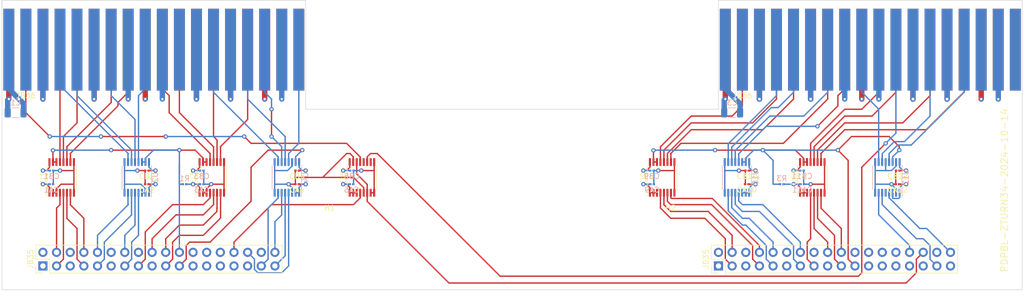
<source format=kicad_pcb>
(kicad_pcb (version 20221018) (generator pcbnew)
  (layers (0 "F.Cu" signal) (1 "In1.Cu" signal) (2 "In2.Cu" signal) (31 "B.Cu" signal) (34 "B.Paste" user) (35 "F.Paste" user) (36 "B.SilkS" user "B.Silkscreen") (37 "F.SilkS" user "F.Silkscreen") (38 "B.Mask" user) (39 "F.Mask" user) (44 "Edge.Cuts" user))
  (net 0 "")
  (net 1 "/i_EA")
  (net 2 "/pMA00")
  (net 3 "/pMA08")
  (net 4 "/pMA01")
  (net 5 "/pMA09")
  (net 6 "/pMA02")
  (net 7 "/pMA10")
  (net 8 "/pMA03")
  (net 9 "/pMA11")
  (net 10 "/pMA04")
  (net 11 "/pMA05")
  (net 12 "/pMA06")
  (net 13 "/pMA07")
  (net 14 "/i_MEMDONE")
  (net 15 "/_rMA")
  (net 16 "/jINPUTBUS_00")
  (net 17 "/jINPUTBUS_01")
  (net 18 "/jINPUTBUS_09")
  (net 19 "/jINPUTBUS_02")
  (net 20 "/jINPUTBUS_10")
  (net 21 "/jINPUTBUS_03")
  (net 22 "/jINPUTBUS_11")
  (net 23 "/jINPUTBUS_04")
  (net 24 "/j_IO_SKIP")
  (net 25 "/jINPUTBUS_05")
  (net 26 "/jINPUTBUS_06")
  (net 27 "/j_INT_RQST")
  (net 28 "/jINPUTBUS_07")
  (net 29 "/j_AC_CLEAR")
  (net 30 "/jINPUTBUS_08")
  (net 31 "/p_B_RUN")
  (net 32 "GND")
  (net 33 "+5V")
  (net 36 "/_xINPUTBUS")
  (net 39 "/MEMBUSA")
  (net 40 "/MEMBUSH")
  (net 41 "/MEMBUSB")
  (net 42 "/MEMBUSJ")
  (net 45 "/MEMBUSC")
  (net 46 "/MEMBUSK")
  (net 47 "/i_STROBE")
  (net 48 "/MEMBUSD")
  (net 49 "/MEMBUSL")
  (net 50 "/MEMBUSE")
  (net 51 "/MEMBUSM")
  (net 52 "/MEMBUSF")
  (net 53 "/MEMBUSN")
  (net 54 "/x_MEM")
  (net 55 "/iBEMA")
  (net 56 "/iMEM07")
  (net 57 "/i_EMA")
  (net 58 "/j_STROBE")
  (net 59 "/PIOBUSA")
  (net 60 "/PIOBUSH")
  (net 61 "/PIOBUSB")
  (net 62 "/PIOBUSJ")
  (net 63 "/PIOBUSC")
  (net 64 "/PIOBUSK")
  (net 65 "/PIOBUSD")
  (net 66 "/PIOBUSL")
  (net 67 "/PIOBUSE")
  (net 68 "/PIOBUSM")
  (net 69 "/PIOBUSF")
  (net 70 "/PIOBUSN")
  (net 72 "/_rBMB")
  (net 73 "/i_IO_SKIP")
  (net 74 "/j_EA")
  (net 75 "/i_AC_CLEAR")
  (net 76 "/o_B_RUN")
  (net 79 "/pMEMSTART")
  (net 80 "/pBTP2")
  (net 83 "/oMEMSTART")
  (net 85 "+3V3")
  (net 86 "/i_INT_RQST")
  (net 87 "/j_MEMDONE")
  (net 88 "/oBTP2")
  (footprint "MountingHole:MountingHole_6mm" (layer "F.Cu") (at 60.96 45.72)
    (fp_text reference "H1")
    (fp_text value "MountingHole")
  )
  (footprint "footprints:2x18-edge" (layer "F.Cu") (at 55.245 9.2075)
    (fp_text reference "JB36")
    (fp_text value "2x18edgecon")
  )
  (footprint "Connector_PinHeader_2.54mm:PinHeader_2x18_P2.54mm_Vertical" (layer "F.Cu") (at 133.35 49.53 90)
    (fp_text reference "JD35")
    (fp_text value "Conn_02x18_Odd_Even")
  )
  (footprint "Connector_PinHeader_2.54mm:PinHeader_2x18_P2.54mm_Vertical" (layer "F.Cu") (at 7.62 49.53 90)
    (fp_text reference "JB35")
    (fp_text value "Conn_02x18_Odd_Even")
  )
  (footprint "Package_SO:TSSOP-16_4.4x5mm_P0.65mm" (layer "F.Cu") (at 66.9925 33.02 90)
    (fp_text reference "U5")
    (fp_text value "74AXP4T245")
  )
  (footprint "Package_SO:TSSOP-16_4.4x5mm_P0.65mm" (layer "F.Cu") (at 122.8725 33.02 90)
    (fp_text reference "U9")
    (fp_text value "74AXP4T245")
  )
  (footprint "Capacitor_SMD:C_0201_0603Metric" (layer "F.Cu") (at 138.6734 31.75 180)
    (fp_text reference "CB10")
    (fp_text value "0.1u")
  )
  (footprint "footprints:2x18-edge" (layer "F.Cu") (at 188.595 9.2075)
    (fp_text reference "JD36")
    (fp_text value "2x18edgecon")
  )
  (footprint "Package_SO:TSSOP-16_4.4x5mm_P0.65mm" (layer "F.Cu") (at 150.8125 33.02 90)
    (fp_text reference "U11")
    (fp_text value "74AXP4T245")
  )
  (footprint "Package_SO:TSSOP-16_4.4x5mm_P0.65mm" (layer "F.Cu") (at 39.0525 33.02 90)
    (fp_text reference "U3")
    (fp_text value "74AXP4T245")
  )
  (footprint "Capacitor_SMD:C_0201_0603Metric" (layer "F.Cu") (at 54.925 34.29 180)
    (fp_text reference "CA4")
    (fp_text value "0.1u")
  )
  (footprint "Capacitor_SMD:C_0201_0603Metric" (layer "F.Cu") (at 138.6184 34.29 180)
    (fp_text reference "CA10")
    (fp_text value "0.1u")
  )
  (footprint "Capacitor_SMD:C_0201_0603Metric" (layer "F.Cu") (at 166.66 34.29 180)
    (fp_text reference "CA12")
    (fp_text value "0.1u")
  )
  (footprint "Capacitor_SMD:C_0201_0603Metric" (layer "F.Cu") (at 54.925 31.75 180)
    (fp_text reference "CB4")
    (fp_text value "0.1u")
  )
  (footprint "Capacitor_SMD:C_0201_0603Metric" (layer "F.Cu") (at 166.715 31.75 180)
    (fp_text reference "CB12")
    (fp_text value "0.1u")
  )
  (footprint "Capacitor_SMD:C_0201_0603Metric" (layer "F.Cu") (at 26.96 31.75 180)
    (fp_text reference "CB2")
    (fp_text value "0.1u")
  )
  (footprint "Capacitor_SMD:C_0201_0603Metric" (layer "F.Cu") (at 26.96 34.29 180)
    (fp_text reference "CA2")
    (fp_text value "0.1u")
  )
  (footprint "MountingHole:MountingHole_6mm" (layer "F.Cu") (at 124.46 45.72)
    (fp_text reference "H2")
    (fp_text value "MountingHole")
  )
  (footprint "Package_SO:TSSOP-16_4.4x5mm_P0.65mm" (layer "F.Cu") (at 11.1125 33.02 90)
    (fp_text reference "U1")
    (fp_text value "74AXP4T245")
  )
  (footprint "Capacitor_SMD:C_0201_0603Metric" (layer "B.Cu") (at 65.115 31.75)
    (fp_text reference "CB5")
    (fp_text value "0.1u")
  )
  (footprint "Package_SO:TSSOP-16_4.4x5mm_P0.65mm" (layer "B.Cu") (at 53.0225 33.02 90)
    (fp_text reference "U4")
    (fp_text value "74AXP4T245")
  )
  (footprint "Capacitor_SMD:C_0201_0603Metric" (layer "B.Cu") (at 9.235 31.75)
    (fp_text reference "CB1")
    (fp_text value "0.1u")
  )
  (footprint "Capacitor_SMD:C_0201_0603Metric" (layer "B.Cu") (at 9.18 34.29)
    (fp_text reference "CA1")
    (fp_text value "0.1u")
  )
  (footprint "Resistor_SMD:R_0201_0603Metric" (layer "B.Cu") (at 33.97 34.29 180)
    (fp_text reference "R1")
    (fp_text value "10K")
  )
  (footprint "Capacitor_SMD:C_0201_0603Metric" (layer "B.Cu") (at 120.995 34.29)
    (fp_text reference "CA9")
    (fp_text value "0.1u")
  )
  (footprint "Capacitor_SMD:C_1206_3216Metric" (layer "B.Cu") (at 135.89 20.955 180)
    (fp_text reference "C3")
    (fp_text value "10u")
  )
  (footprint "Capacitor_SMD:C_0201_0603Metric" (layer "B.Cu") (at 148.935 34.29)
    (fp_text reference "CA11")
    (fp_text value "0.1u")
  )
  (footprint "Package_SO:TSSOP-16_4.4x5mm_P0.65mm" (layer "B.Cu") (at 25.0825 33.02 90)
    (fp_text reference "U2")
    (fp_text value "74AXP4T245")
  )
  (footprint "Capacitor_SMD:C_0201_0603Metric" (layer "B.Cu") (at 148.88 31.75)
    (fp_text reference "CB11")
    (fp_text value "0.1u")
  )
  (footprint "Capacitor_SMD:C_0201_0603Metric" (layer "B.Cu") (at 37.175 34.29)
    (fp_text reference "CA3")
    (fp_text value "0.1u")
  )
  (footprint "Capacitor_SMD:C_0201_0603Metric" (layer "B.Cu") (at 65.06 34.29)
    (fp_text reference "CA5")
    (fp_text value "0.1u")
  )
  (footprint "Capacitor_SMD:C_0201_0603Metric" (layer "B.Cu") (at 120.94 31.75)
    (fp_text reference "CB9")
    (fp_text value "0.1u")
  )
  (footprint "Capacitor_SMD:C_0201_0603Metric" (layer "B.Cu") (at 37.175 31.75)
    (fp_text reference "CB3")
    (fp_text value "0.1u")
  )
  (footprint "Resistor_SMD:R_0201_0603Metric" (layer "B.Cu") (at 145.125 34.29 180)
    (fp_text reference "R3")
    (fp_text value "10K")
  )
  (footprint "Package_SO:TSSOP-16_4.4x5mm_P0.65mm" (layer "B.Cu") (at 136.7917 33.02 90)
    (fp_text reference "U10")
    (fp_text value "74AXP4T245")
  )
  (footprint "Package_SO:TSSOP-16_4.4x5mm_P0.65mm" (layer "B.Cu") (at 164.7825 33.02 90)
    (fp_text reference "U12")
    (fp_text value "74AXP4T245")
  )
  (footprint "Capacitor_SMD:C_1206_3216Metric" (layer "B.Cu") (at 2.54 20.955 180)
    (fp_text reference "C1")
    (fp_text value "10u")
  )
  (gr_line (start 56.515 20.32) (end 63.5 20.32) (stroke (width 0.1)) (layer "Edge.Cuts"))
  (gr_line (start 56.515 0) (end 0 0) (stroke (width 0.1)) (layer "Edge.Cuts"))
  (gr_line (start 0 0) (end 56.515 0) (stroke (width 0.1)) (layer "Edge.Cuts"))
  (gr_line (start 133.35 0) (end 133.35 20.32) (stroke (width 0.1)) (layer "Edge.Cuts"))
  (gr_line (start 63.5 20.32) (end 120.015 20.32) (stroke (width 0.1)) (layer "Edge.Cuts"))
  (gr_line (start 0 1.27) (end 0 0) (stroke (width 0.1)) (layer "Edge.Cuts"))
  (gr_line (start 120.015 20.32) (end 133.35 20.32) (stroke (width 0.1)) (layer "Edge.Cuts"))
  (gr_line (start 133.35 0) (end 189.865 0) (stroke (width 0.1)) (layer "Edge.Cuts"))
  (gr_line (start 56.515 0) (end 56.515 20.32) (stroke (width 0.1)) (layer "Edge.Cuts"))
  (gr_line (start 189.865 0) (end 189.865 53.975) (stroke (width 0.1)) (layer "Edge.Cuts"))
  (gr_line (start 0 53.975) (end 0 0) (stroke (width 0.1)) (layer "Edge.Cuts"))
  (gr_line (start 189.865 53.975) (end 0 53.975) (stroke (width 0.1)) (layer "Edge.Cuts"))
  (gr_text "PDP8L-ZTURN34-2024-10-14" (at 187.325 50.8 90) (layer "F.SilkS") (effects (font (size 1.27 1.27)) (justify left bottom)))
  (segment (start 66.6675 35.8825) (end 66.6675 36.8225) (width 0.25) (layer "F.Cu") (net 1))
  (segment (start 66.6675 36.8225) (end 66.675 36.83) (width 0.25) (layer "F.Cu") (net 1))
  (segment (start 50.165 38.1) (end 43.18 45.085) (width 0.25) (layer "F.Cu") (net 1))
  (segment (start 50.165 38.1) (end 65.405 38.1) (width 0.25) (layer "F.Cu") (net 1))
  (segment (start 43.18 45.085) (end 43.18 46.99) (width 0.25) (layer "F.Cu") (net 1))
  (segment (start 66.675 36.83) (end 65.405 38.1) (width 0.25) (layer "F.Cu") (net 1))
  (segment (start 10.795 9.2075) (end 10.795 30.15) (width 0.25) (layer "F.Cu") (net 2))
  (segment (start 23.495 28.575) (end 23.4575 28.6125) (width 0.25) (layer "B.Cu") (net 3))
  (segment (start 23.4575 28.6125) (end 23.4575 30.1575) (width 0.25) (layer "B.Cu") (net 3))
  (segment (start 10.795 15.875) (end 23.495 28.575) (width 0.25) (layer "B.Cu") (net 3))
  (segment (start 13.97 22.86) (end 11.43 25.4) (width 0.25) (layer "F.Cu") (net 4))
  (segment (start 13.97 9.2075) (end 13.97 22.86) (width 0.25) (layer "F.Cu") (net 4))
  (segment (start 11.43 25.4) (end 11.4375 25.4075) (width 0.25) (layer "F.Cu") (net 4))
  (segment (start 11.4375 25.4075) (end 11.4375 30.1575) (width 0.25) (layer "F.Cu") (net 4))
  (segment (start 24.1075 27.9625) (end 24.1075 30.1575) (width 0.25) (layer "B.Cu") (net 5))
  (segment (start 13.97 9.2075) (end 13.97 17.78) (width 0.25) (layer "B.Cu") (net 5))
  (segment (start 24.13 27.94) (end 24.1075 27.9625) (width 0.25) (layer "B.Cu") (net 5))
  (segment (start 13.97 17.78) (end 24.13 27.94) (width 0.25) (layer "B.Cu") (net 5))
  (segment (start 20.32 9.2075) (end 20.32 19.05) (width 0.25) (layer "F.Cu") (net 6))
  (segment (start 20.32 19.05) (end 12.0875 27.2825) (width 0.25) (layer "F.Cu") (net 6))
  (segment (start 12.0875 27.2825) (end 12.0875 30.1575) (width 0.25) (layer "F.Cu") (net 6))
  (segment (start 20.32 17.78) (end 24.7575 22.2175) (width 0.25) (layer "B.Cu") (net 7))
  (segment (start 24.7575 22.2175) (end 24.7575 30.1575) (width 0.25) (layer "B.Cu") (net 7))
  (segment (start 20.32 9.2075) (end 20.32 17.78) (width 0.25) (layer "B.Cu") (net 7))
  (segment (start 12.7375 30.1575) (end 12.7375 28.6125) (width 0.25) (layer "F.Cu") (net 8))
  (segment (start 21.59 19.05) (end 23.495 17.145) (width 0.25) (layer "F.Cu") (net 8))
  (segment (start 23.495 17.145) (end 23.495 9.2075) (width 0.25) (layer "F.Cu") (net 8))
  (segment (start 21.59 19.685) (end 21.59 19.05) (width 0.25) (layer "F.Cu") (net 8))
  (segment (start 12.7375 28.6125) (end 12.7 28.575) (width 0.25) (layer "F.Cu") (net 8))
  (segment (start 12.7 28.575) (end 21.59 19.685) (width 0.25) (layer "F.Cu") (net 8))
  (segment (start 26.67 16.51) (end 25.4 17.78) (width 0.25) (layer "B.Cu") (net 9))
  (segment (start 25.4 17.78) (end 25.4075 17.7875) (width 0.25) (layer "B.Cu") (net 9))
  (segment (start 25.4075 17.7875) (end 25.4075 30.1575) (width 0.25) (layer "B.Cu") (net 9))
  (segment (start 29.845 16.51) (end 31.115 17.78) (width 0.25) (layer "F.Cu") (net 10))
  (segment (start 31.115 20.955) (end 38.735 28.575) (width 0.25) (layer "F.Cu") (net 10))
  (segment (start 38.7275 28.5825) (end 38.7275 30.1575) (width 0.25) (layer "F.Cu") (net 10))
  (segment (start 38.735 28.575) (end 38.7275 28.5825) (width 0.25) (layer "F.Cu") (net 10))
  (segment (start 31.115 17.78) (end 31.115 20.955) (width 0.25) (layer "F.Cu") (net 10))
  (segment (start 33.02 20.955) (end 39.3775 27.3125) (width 0.25) (layer "F.Cu") (net 11))
  (segment (start 39.3775 27.3125) (end 39.3775 30.1575) (width 0.25) (layer "F.Cu") (net 11))
  (segment (start 33.02 9.2075) (end 33.02 20.955) (width 0.25) (layer "F.Cu") (net 11))
  (segment (start 40.0275 26.0575) (end 40.0275 30.1575) (width 0.25) (layer "F.Cu") (net 12))
  (segment (start 39.37 9.2075) (end 39.37 25.4) (width 0.25) (layer "F.Cu") (net 12))
  (segment (start 39.37 25.4) (end 40.0275 26.0575) (width 0.25) (layer "F.Cu") (net 12))
  (segment (start 40.64 27.305) (end 40.6775 27.3425) (width 0.25) (layer "F.Cu") (net 13))
  (segment (start 45.72 9.2075) (end 45.72 22.225) (width 0.25) (layer "F.Cu") (net 13))
  (segment (start 40.6775 27.3425) (end 40.6775 30.1575) (width 0.25) (layer "F.Cu") (net 13))
  (segment (start 45.72 22.225) (end 40.64 27.305) (width 0.25) (layer "F.Cu") (net 13))
  (segment (start 46.99 50.165) (end 46.99 48.26) (width 0.25) (layer "B.Cu") (net 14))
  (segment (start 47.625 50.8) (end 46.99 50.165) (width 0.25) (layer "B.Cu") (net 14))
  (segment (start 46.99 48.26) (end 45.72 46.99) (width 0.25) (layer "B.Cu") (net 14))
  (segment (start 53.3475 35.8825) (end 53.3475 49.5225) (width 0.25) (layer "B.Cu") (net 14))
  (segment (start 52.07 50.8) (end 47.625 50.8) (width 0.25) (layer "B.Cu") (net 14))
  (segment (start 53.3475 49.5225) (end 52.07 50.8) (width 0.25) (layer "B.Cu") (net 14))
  (segment (start 38.0775 30.1575) (end 37.4275 30.1575) (width 0.25) (layer "F.Cu") (net 15))
  (segment (start 35.947499 27.94) (end 37.4275 29.420001) (width 0.25) (layer "F.Cu") (net 15))
  (segment (start 9.4875 30.1575) (end 10.1375 30.1575) (width 0.25) (layer "F.Cu") (net 15))
  (segment (start 9.4875 30.1575) (end 9.4875 27.9775) (width 0.25) (layer "F.Cu") (net 15))
  (segment (start 37.4275 29.420001) (end 37.4275 30.1575) (width 0.25) (layer "F.Cu") (net 15))
  (segment (start 20.32 27.94) (end 35.947499 27.94) (width 0.25) (layer "F.Cu") (net 15))
  (via (at 20.32 27.94) (size 0.8) (drill 0.4) (layers "F.Cu" "B.Cu") (net 15))
  (via (at 33.02 27.94) (size 0.8) (drill 0.4) (layers "F.Cu" "B.Cu") (net 15))
  (via (at 9.4875 27.9775) (size 0.8) (drill 0.4) (layers "F.Cu" "B.Cu") (net 15))
  (segment (start 9.4875 27.9775) (end 9.525 27.94) (width 0.25) (layer "B.Cu") (net 15))
  (segment (start 26.7075 29.420001) (end 26.7075 30.1575) (width 0.25) (layer "B.Cu") (net 15))
  (segment (start 33.02 27.94) (end 28.187501 27.94) (width 0.25) (layer "B.Cu") (net 15))
  (segment (start 9.525 27.94) (end 20.32 27.94) (width 0.25) (layer "B.Cu") (net 15))
  (segment (start 33.02 46.99) (end 33.02 30.48) (width 0.25) (layer "B.Cu") (net 15))
  (segment (start 33.65 34.29) (end 33.02 34.29) (width 0.25) (layer "B.Cu") (net 15))
  (segment (start 33.02 34.29) (end 33.02 27.94) (width 0.25) (layer "B.Cu") (net 15))
  (segment (start 28.187501 27.94) (end 26.7075 29.420001) (width 0.25) (layer "B.Cu") (net 15))
  (segment (start 26.0575 30.1575) (end 26.7075 30.1575) (width 0.25) (layer "B.Cu") (net 15))
  (segment (start 128.27 21.59) (end 135.89 21.59) (width 0.25) (layer "F.Cu") (net 16))
  (segment (start 135.89 21.59) (end 137.795 19.685) (width 0.25) (layer "F.Cu") (net 16))
  (segment (start 122.5475 27.3125) (end 128.27 21.59) (width 0.25) (layer "F.Cu") (net 16))
  (segment (start 137.795 19.685) (end 137.795 9.2075) (width 0.25) (layer "F.Cu") (net 16))
  (segment (start 122.5475 30.1575) (end 122.5475 27.3125) (width 0.25) (layer "F.Cu") (net 16))
  (segment (start 144.145 18.415) (end 144.145 9.2075) (width 0.25) (layer "F.Cu") (net 17))
  (segment (start 139.7 22.86) (end 144.145 18.415) (width 0.25) (layer "F.Cu") (net 17))
  (segment (start 123.1975 27.9325) (end 128.27 22.86) (width 0.25) (layer "F.Cu") (net 17))
  (segment (start 128.27 22.86) (end 139.7 22.86) (width 0.25) (layer "F.Cu") (net 17))
  (segment (start 123.1975 30.1575) (end 123.1975 27.9325) (width 0.25) (layer "F.Cu") (net 17))
  (segment (start 144.145 9.2075) (end 144.145 17.78) (width 0.25) (layer "B.Cu") (net 18))
  (segment (start 144.145 17.78) (end 135.1667 26.7583) (width 0.25) (layer "B.Cu") (net 18))
  (segment (start 135.1667 26.7583) (end 135.1667 30.1575) (width 0.25) (layer "B.Cu") (net 18))
  (segment (start 141.605 24.13) (end 147.32 18.415) (width 0.25) (layer "F.Cu") (net 19))
  (segment (start 147.32 18.415) (end 147.32 9.2075) (width 0.25) (layer "F.Cu") (net 19))
  (segment (start 123.8475 30.1575) (end 123.8475 28.5525) (width 0.25) (layer "F.Cu") (net 19))
  (segment (start 123.8475 28.5525) (end 128.27 24.13) (width 0.25) (layer "F.Cu") (net 19))
  (segment (start 128.27 24.13) (end 141.605 24.13) (width 0.25) (layer "F.Cu") (net 19))
  (segment (start 144.4625 20.0025) (end 147.32 17.145) (width 0.25) (layer "B.Cu") (net 20))
  (segment (start 143.1925 20.0025) (end 144.4625 20.0025) (width 0.25) (layer "B.Cu") (net 20))
  (segment (start 135.8167 30.1575) (end 135.8167 27.3783) (width 0.25) (layer "B.Cu") (net 20))
  (segment (start 147.32 17.145) (end 147.32 9.2075) (width 0.25) (layer "B.Cu") (net 20))
  (segment (start 135.8167 27.3783) (end 143.1925 20.0025) (width 0.25) (layer "B.Cu") (net 20))
  (segment (start 124.4975 30.1575) (end 124.4975 28.6125) (width 0.25) (layer "F.Cu") (net 21))
  (segment (start 124.460698 28.575698) (end 126.366396 26.67) (width 0.25) (layer "F.Cu") (net 21))
  (segment (start 126.366396 26.67) (end 145.415 26.67) (width 0.25) (layer "F.Cu") (net 21))
  (segment (start 124.4975 28.6125) (end 124.460698 28.575698) (width 0.25) (layer "F.Cu") (net 21))
  (segment (start 153.67 18.415) (end 153.67 9.2075) (width 0.25) (layer "F.Cu") (net 21))
  (segment (start 145.415 26.67) (end 153.67 18.415) (width 0.25) (layer "F.Cu") (net 21))
  (segment (start 136.4667 30.1575) (end 136.4667 27.9983) (width 0.25) (layer "B.Cu") (net 22))
  (segment (start 153.67 17.145) (end 153.67 9.2075) (width 0.25) (layer "B.Cu") (net 22))
  (segment (start 149.225 21.59) (end 153.67 17.145) (width 0.25) (layer "B.Cu") (net 22))
  (segment (start 142.875 21.59) (end 149.225 21.59) (width 0.25) (layer "B.Cu") (net 22))
  (segment (start 136.4667 27.9983) (end 142.875 21.59) (width 0.25) (layer "B.Cu") (net 22))
  (segment (start 156.845 16.51) (end 155.575 17.78) (width 0.25) (layer "F.Cu") (net 23))
  (segment (start 155.575 17.78) (end 155.575 19.685) (width 0.25) (layer "F.Cu") (net 23))
  (segment (start 155.575 19.685) (end 151.765 23.495) (width 0.25) (layer "F.Cu") (net 23))
  (via (at 151.765 23.495) (size 0.8) (drill 0.4) (layers "F.Cu" "B.Cu") (net 23))
  (segment (start 142.24 23.495) (end 151.765 23.495) (width 0.25) (layer "B.Cu") (net 23))
  (segment (start 137.1167 28.6183) (end 142.24 23.495) (width 0.25) (layer "B.Cu") (net 23))
  (segment (start 137.1167 30.1575) (end 137.1167 28.6183) (width 0.25) (layer "B.Cu") (net 23))
  (segment (start 163.1575 30.1575) (end 163.1575 20.2825) (width 0.25) (layer "B.Cu") (net 24))
  (segment (start 160.02 17.145) (end 160.02 9.2075) (width 0.25) (layer "B.Cu") (net 24))
  (segment (start 163.1575 20.2825) (end 160.02 17.145) (width 0.25) (layer "B.Cu") (net 24))
  (segment (start 163.195 17.145) (end 160.02 20.32) (width 0.25) (layer "F.Cu") (net 25))
  (segment (start 160.02 20.32) (end 156.845 20.32) (width 0.25) (layer "F.Cu") (net 25))
  (segment (start 156.845 20.32) (end 150.495 26.67) (width 0.25) (layer "F.Cu") (net 25))
  (segment (start 163.195 9.2075) (end 163.195 17.145) (width 0.25) (layer "F.Cu") (net 25))
  (segment (start 150.495 27.94) (end 150.4875 27.9475) (width 0.25) (layer "F.Cu") (net 25))
  (segment (start 150.4875 27.9475) (end 150.4875 30.1575) (width 0.25) (layer "F.Cu") (net 25))
  (segment (start 150.495 26.67) (end 150.495 27.94) (width 0.25) (layer "F.Cu") (net 25))
  (segment (start 156.845 21.59) (end 161.925 21.59) (width 0.25) (layer "F.Cu") (net 26))
  (segment (start 166.37 17.145) (end 166.37 9.2075) (width 0.25) (layer "F.Cu") (net 26))
  (segment (start 161.925 21.59) (end 166.37 17.145) (width 0.25) (layer "F.Cu") (net 26))
  (segment (start 151.1375 30.1575) (end 151.1375 27.2975) (width 0.25) (layer "F.Cu") (net 26))
  (segment (start 151.1375 27.2975) (end 156.845 21.59) (width 0.25) (layer "F.Cu") (net 26))
  (segment (start 92.71 51.435) (end 69.85 28.575) (width 0.25) (layer "F.Cu") (net 27))
  (segment (start 164.465 26.67) (end 160.02 31.115) (width 0.25) (layer "F.Cu") (net 27))
  (segment (start 160.02 50.8) (end 159.385 51.435) (width 0.25) (layer "F.Cu") (net 27))
  (segment (start 160.02 31.115) (end 160.02 50.8) (width 0.25) (layer "F.Cu") (net 27))
  (segment (start 69.85 28.575) (end 68.58 28.575) (width 0.25) (layer "F.Cu") (net 27))
  (segment (start 159.385 51.435) (end 92.71 51.435) (width 0.25) (layer "F.Cu") (net 27))
  (segment (start 67.9675 29.1875) (end 67.9675 29.7075) (width 0.25) (layer "F.Cu") (net 27))
  (segment (start 68.58 28.575) (end 67.9675 29.1875) (width 0.25) (layer "F.Cu") (net 27))
  (via (at 164.465 26.67) (size 0.8) (drill 0.4) (layers "F.Cu" "B.Cu") (net 27))
  (segment (start 166.37 24.765) (end 164.465 26.67) (width 0.25) (layer "B.Cu") (net 27))
  (segment (start 166.37 9.2075) (end 166.37 24.765) (width 0.25) (layer "B.Cu") (net 27))
  (segment (start 156.845 22.86) (end 167.64 22.86) (width 0.25) (layer "F.Cu") (net 28))
  (segment (start 151.7875 30.1575) (end 151.7875 27.9175) (width 0.25) (layer "F.Cu") (net 28))
  (segment (start 167.64 22.86) (end 172.72 17.78) (width 0.25) (layer "F.Cu") (net 28))
  (segment (start 151.7875 27.9175) (end 156.845 22.86) (width 0.25) (layer "F.Cu") (net 28))
  (segment (start 172.72 17.78) (end 172.72 9.2075) (width 0.25) (layer "F.Cu") (net 28))
  (segment (start 167.9575 26.3525) (end 172.72 21.59) (width 0.25) (layer "B.Cu") (net 29))
  (segment (start 166.0525 26.3525) (end 167.9575 26.3525) (width 0.25) (layer "B.Cu") (net 29))
  (segment (start 163.8075 30.1575) (end 163.8075 29.21) (width 0.25) (layer "B.Cu") (net 29))
  (segment (start 163.8075 29.21) (end 163.83 29.21) (width 0.25) (layer "B.Cu") (net 29))
  (segment (start 163.83 29.21) (end 163.83 28.575) (width 0.25) (layer "B.Cu") (net 29))
  (segment (start 172.72 21.59) (end 172.72 9.2075) (width 0.25) (layer "B.Cu") (net 29))
  (segment (start 163.83 28.575) (end 166.0525 26.3525) (width 0.25) (layer "B.Cu") (net 29))
  (segment (start 152.4375 28.6125) (end 152.4 28.575) (width 0.25) (layer "F.Cu") (net 30))
  (segment (start 179.07 17.0775) (end 179.07 9.2075) (width 0.25) (layer "F.Cu") (net 30))
  (segment (start 152.4375 30.1575) (end 152.4375 28.6125) (width 0.25) (layer "F.Cu") (net 30))
  (segment (start 152.4 28.575) (end 156.845 24.13) (width 0.25) (layer "F.Cu") (net 30))
  (segment (start 156.845 24.13) (end 172.0175 24.13) (width 0.25) (layer "F.Cu") (net 30))
  (segment (start 172.0175 24.13) (end 179.07 17.0775) (width 0.25) (layer "F.Cu") (net 30))
  (segment (start 165.1075 29.2025) (end 165.1 29.195) (width 0.25) (layer "B.Cu") (net 31))
  (segment (start 165.1 29.195) (end 165.1 28.575) (width 0.25) (layer "B.Cu") (net 31))
  (segment (start 166.6875 26.9875) (end 169.2275 26.9875) (width 0.25) (layer "B.Cu") (net 31))
  (segment (start 165.1 28.575) (end 166.6875 26.9875) (width 0.25) (layer "B.Cu") (net 31))
  (segment (start 169.2275 26.9875) (end 179.07 17.145) (width 0.25) (layer "B.Cu") (net 31))
  (segment (start 165.1075 30.1575) (end 165.1075 29.2025) (width 0.25) (layer "B.Cu") (net 31))
  (segment (start 179.07 17.145) (end 179.07 9.2075) (width 0.25) (layer "B.Cu") (net 31))
  (segment (start 13.3875 31.75) (end 10.992501 31.75) (width 0.25) (layer "F.Cu") (net 32))
  (segment (start 69.2675 31.75) (end 66.872501 31.75) (width 0.25) (layer "F.Cu") (net 32))
  (segment (start 169.545 12.7) (end 169.545 18.415) (width 1) (layer "F.Cu") (net 32))
  (segment (start 10.1375 35.145001) (end 10.1375 35.8825) (width 0.25) (layer "F.Cu") (net 32))
  (segment (start 64.135 28.575) (end 59.69 33.02) (width 0.25) (layer "F.Cu") (net 32))
  (segment (start 41.3275 30.1575) (end 41.3275 34.29) (width 0.25) (layer "F.Cu") (net 32))
  (segment (start 36.195 12.7) (end 36.195 18.415) (width 1) (layer "F.Cu") (net 32))
  (segment (start 67.3175 35.8825) (end 67.3175 34.9325) (width 0.25) (layer "F.Cu") (net 32))
  (segment (start 38.0775 35.8825) (end 37.4275 35.8825) (width 0.25) (layer "F.Cu") (net 32))
  (segment (start 26.64 31.75) (end 26.64 34.29) (width 0.25) (layer "F.Cu") (net 32))
  (segment (start 67.3175 34.9325) (end 65.405 33.02) (width 0.25) (layer "F.Cu") (net 32))
  (segment (start 65.405 33.02) (end 64.135 33.02) (width 0.25) (layer "F.Cu") (net 32))
  (segment (start 166.34 34.29) (end 166.34 31.805) (width 0.25) (layer "F.Cu") (net 32))
  (segment (start 10.992501 31.75) (end 10.795 31.75) (width 0.25) (layer "F.Cu") (net 32))
  (segment (start 125.1475 31.75) (end 125.1475 35.8825) (width 0.25) (layer "F.Cu") (net 32))
  (segment (start 153.0875 34.29) (end 150.495 34.29) (width 0.25) (layer "F.Cu") (net 32))
  (segment (start 69.2675 31.75) (end 69.2675 35.8825) (width 0.25) (layer "F.Cu") (net 32))
  (segment (start 54.605 34.29) (end 54.605 33.02) (width 0.25) (layer "F.Cu") (net 32))
  (segment (start 125.1475 31.75) (end 122.148688 31.75) (width 0.25) (layer "F.Cu") (net 32))
  (segment (start 38.932501 34.29) (end 38.0775 35.145001) (width 0.25) (layer "F.Cu") (net 32))
  (segment (start 160.02 12.7) (end 160.02 18.415) (width 1) (layer "F.Cu") (net 32))
  (segment (start 13.3875 34.29) (end 10.992501 34.29) (width 0.25) (layer "F.Cu") (net 32))
  (segment (start 17.145 12.7) (end 17.145 18.415) (width 1) (layer "F.Cu") (net 32))
  (segment (start 65.405 29.21) (end 64.77 28.575) (width 0.25) (layer "F.Cu") (net 32))
  (segment (start 7.62 12.7) (end 7.62 18.415) (width 1) (layer "F.Cu") (net 32))
  (segment (start 65.3675 29.2475) (end 65.405 29.21) (width 0.25) (layer "F.Cu") (net 32))
  (segment (start 54.605 33.02) (end 54.605 31.75) (width 0.25) (layer "F.Cu") (net 32))
  (segment (start 140.97 12.7) (end 140.97 18.415) (width 1) (layer "F.Cu") (net 32))
  (segment (start 10.992501 34.29) (end 10.1375 35.145001) (width 0.25) (layer "F.Cu") (net 32))
  (segment (start 54.605 33.02) (end 59.69 33.02) (width 0.25) (layer "F.Cu") (net 32))
  (segment (start 153.0875 34.29) (end 153.0875 35.8825) (width 0.25) (layer "F.Cu") (net 32))
  (segment (start 65.3675 30.1575) (end 65.3675 29.2475) (width 0.25) (layer "F.Cu") (net 32))
  (segment (start 9.4875 35.8825) (end 10.1375 35.8825) (width 0.25) (layer "F.Cu") (net 32))
  (segment (start 134.62 12.7) (end 134.62 18.415) (width 1) (layer "F.Cu") (net 32))
  (segment (start 68.6175 35.8825) (end 69.2675 35.8825) (width 0.25) (layer "F.Cu") (net 32))
  (segment (start 41.3275 34.29) (end 38.932501 34.29) (width 0.25) (layer "F.Cu") (net 32))
  (segment (start 25.202499 31.75) (end 26.64 31.75) (width 0.25) (layer "F.Cu") (net 32))
  (segment (start 64.77 28.575) (end 64.135 28.575) (width 0.25) (layer "F.Cu") (net 32))
  (segment (start 1.27 12.7) (end 1.27 18.415) (width 1) (layer "F.Cu") (net 32))
  (segment (start 175.895 12.7) (end 175.895 18.415) (width 1) (layer "F.Cu") (net 32))
  (segment (start 38.0775 35.145001) (end 38.0775 35.8825) (width 0.25) (layer "F.Cu") (net 32))
  (segment (start 13.3875 35.8825) (end 13.3875 34.29) (width 0.25) (layer "F.Cu") (net 32))
  (segment (start 69.2675 30.1575) (end 69.2675 31.75) (width 0.25) (layer "F.Cu") (net 32))
  (segment (start 125.1475 30.1575) (end 125.1475 31.75) (width 0.25) (layer "F.Cu") (net 32))
  (segment (start 150.495 12.7) (end 150.495 18.415) (width 1) (layer "F.Cu") (net 32))
  (segment (start 182.245 12.7) (end 182.245 18.415) (width 1) (layer "F.Cu") (net 32))
  (segment (start 137.16 31.75) (end 138.3534 31.75) (width 0.25) (layer "F.Cu") (net 32))
  (segment (start 53.34 34.29) (end 54.605 34.29) (width 0.25) (layer "F.Cu") (net 32))
  (segment (start 153.0875 30.1575) (end 153.0875 34.29) (width 0.25) (layer "F.Cu") (net 32))
  (segment (start 13.3875 31.75) (end 13.3875 30.1575) (width 0.25) (layer "F.Cu") (net 32))
  (segment (start 41.3275 34.29) (end 41.3275 35.8825) (width 0.25) (layer "F.Cu") (net 32))
  (segment (start 138.3534 31.75) (end 138.3534 34.235) (width 0.25) (layer "F.Cu") (net 32))
  (segment (start 13.3875 34.29) (end 13.3875 31.75) (width 0.25) (layer "F.Cu") (net 32))
  (segment (start 59.69 33.02) (end 64.135 33.02) (width 0.25) (layer "F.Cu") (net 32))
  (segment (start 48.895 12.7) (end 48.895 18.415) (width 1) (layer "F.Cu") (net 32))
  (segment (start 26.67 12.7) (end 26.67 18.415) (width 1) (layer "F.Cu") (net 32))
  (segment (start 42.545 12.7) (end 42.545 18.415) (width 1) (layer "F.Cu") (net 32))
  (segment (start 166.34 34.29) (end 165.552499 34.29) (width 0.25) (layer "F.Cu") (net 32))
  (via (at 150.495 18.415) (size 1) (drill 0.5) (layers "F.Cu" "B.Cu") (net 32))
  (via (at 150.495 34.29) (size 0.8) (drill 0.4) (layers "F.Cu" "B.Cu") (net 32))
  (via (at 48.895 18.415) (size 0.8) (drill 0.4) (layers "F.Cu" "B.Cu") (net 32))
  (via (at 7.62 18.415) (size 0.8) (drill 0.4) (layers "F.Cu" "B.Cu") (net 32))
  (via (at 38.932501 34.29) (size 0.8) (drill 0.4) (layers "F.Cu" "B.Cu") (net 32))
  (via (at 66.872501 31.75) (size 0.8) (drill 0.4) (layers "F.Cu" "B.Cu") (net 32))
  (via (at 185.42 18.415) (size 0.8) (drill 0.4) (layers "F.Cu" "B.Cu") (net 32))
  (via (at 23.495 18.415) (size 0.8) (drill 0.4) (layers "F.Cu" "B.Cu") (net 32))
  (via (at 137.16 31.75) (size 0.8) (drill 0.4) (layers "F.Cu" "B.Cu") (net 32))
  (via (at 156.845 18.415) (size 0.8) (drill 0.4) (layers "F.Cu" "B.Cu") (net 32))
  (via (at 36.195 18.415) (size 0.8) (drill 0.4) (layers "F.Cu" "B.Cu") (net 32))
  (via (at 53.34 34.29) (size 0.8) (drill 0.4) (layers "F.Cu" "B.Cu") (net 32))
  (via (at 10.795 31.75) (size 0.8) (drill 0.4) (layers "F.Cu" "B.Cu") (net 32))
  (via (at 25.202499 31.75) (size 0.8) (drill 0.4) (layers "F.Cu" "B.Cu") (net 32))
  (via (at 182.245 18.415) (size 0.8) (drill 0.4) (layers "F.Cu" "B.Cu") (net 32))
  (via (at 26.67 18.415) (size 0.8) (drill 0.4) (layers "F.Cu" "B.Cu") (net 32))
  (via (at 17.145 18.415) (size 0.8) (drill 0.4) (layers "F.Cu" "B.Cu") (net 32))
  (via (at 163.195 18.415) (size 0.8) (drill 0.4) (layers "F.Cu" "B.Cu") (net 32))
  (via (at 165.552499 34.29) (size 0.8) (drill 0.4) (layers "F.Cu" "B.Cu") (net 32))
  (via (at 52.07 18.415) (size 0.8) (drill 0.4) (layers "F.Cu" "B.Cu") (net 32))
  (via (at 29.845 18.415) (size 0.8) (drill 0.4) (layers "F.Cu" "B.Cu") (net 32))
  (via (at 175.895 18.415) (size 1) (drill 0.5) (layers "F.Cu" "B.Cu") (net 32))
  (via (at 1.27 18.415) (size 0.8) (drill 0.4) (layers "F.Cu" "B.Cu") (net 32))
  (via (at 42.545 18.415) (size 0.8) (drill 0.4) (layers "F.Cu" "B.Cu") (net 32))
  (via (at 169.545 18.415) (size 1) (drill 0.5) (layers "F.Cu" "B.Cu") (net 32))
  (via (at 134.62 18.415) (size 0.8) (drill 0.4) (layers "F.Cu" "B.Cu") (net 32))
  (via (at 160.02 18.415) (size 0.8) (drill 0.4) (layers "F.Cu" "B.Cu") (net 32))
  (via (at 122.148688 31.75) (size 0.8) (drill 0.4) (layers "F.Cu" "B.Cu") (net 32))
  (via (at 140.97 18.415) (size 1) (drill 0.5) (layers "F.Cu" "B.Cu") (net 32))
  (segment (start 156.845 9.2075) (end 156.845 18.415) (width 1) (layer "B.Cu") (net 32))
  (segment (start 162.5075 34.29) (end 162.5075 35.8825) (width 0.25) (layer "B.Cu") (net 32))
  (segment (start 52.07 12.7) (end 52.07 18.415) (width 1) (layer "B.Cu") (net 32))
  (segment (start 17.145 12.7) (end 17.145 18.415) (width 1) (layer "B.Cu") (net 32))
  (segment (start 162.5075 31.75) (end 162.5075 34.29) (width 0.25) (layer "B.Cu") (net 32))
  (segment (start 53.9975 35.8825) (end 53.9975 34.9475) (width 0.25) (layer "B.Cu") (net 32))
  (segment (start 22.8075 31.75) (end 22.8075 30.1575) (width 0.25) (layer "B.Cu") (net 32))
  (segment (start 22.8075 35.8825) (end 22.8075 34.29) (width 0.25) (layer "B.Cu") (net 32))
  (segment (start 149.2 31.75) (end 149.2 34.235) (width 0.25) (layer "B.Cu") (net 32))
  (segment (start 175.895 12.7) (end 175.895 18.415) (width 1) (layer "B.Cu") (net 32))
  (segment (start 50.7475 30.1575) (end 50.7475 31.75) (width 0.25) (layer "B.Cu") (net 32))
  (segment (start 140.97 12.7) (end 140.97 18.415) (width 1) (layer "B.Cu") (net 32))
  (segment (start 121.26 31.75) (end 122.148688 31.75) (width 0.25) (layer "B.Cu") (net 32))
  (segment (start 185.42 9.2075) (end 185.42 18.415) (width 1) (layer "B.Cu") (net 32))
  (segment (start 36.195 12.7) (end 36.195 18.415) (width 1) (layer "B.Cu") (net 32))
  (segment (start 50.7475 31.75) (end 50.7475 34.29) (width 0.25) (layer "B.Cu") (net 32))
  (segment (start 26.0575 35.8825) (end 26.7075 35.8825) (width 0.25) (layer "B.Cu") (net 32))
  (segment (start 22.8075 34.29) (end 25.852499 34.29) (width 0.25) (layer "B.Cu") (net 32))
  (segment (start 164.4575 31.7425) (end 164.465 31.75) (width 0.25) (layer "B.Cu") (net 32))
  (segment (start 26.7075 35.145001) (end 26.7075 35.8825) (width 0.25) (layer "B.Cu") (net 32))
  (segment (start 50.7475 34.29) (end 53.34 34.29) (width 0.25) (layer "B.Cu") (net 32))
  (segment (start 53.9975 30.894999) (end 53.9975 30.1575) (width 0.25) (layer "B.Cu") (net 32))
  (segment (start 53.9975 34.9475) (end 53.34 34.29) (width 0.25) (layer "B.Cu") (net 32))
  (segment (start 166.4075 30.894999) (end 166.4075 30.1575) (width 0.25) (layer "B.Cu") (net 32))
  (segment (start 164.4575 30.1575) (end 164.4575 31.7425) (width 0.25) (layer "B.Cu") (net 32))
  (segment (start 9.555 31.75) (end 9.555 34.235) (width 0.25) (layer "B.Cu") (net 32))
  (segment (start 150.495 12.7) (end 150.495 18.415) (width 1) (layer "B.Cu") (net 32))
  (segment (start 22.8075 34.29) (end 22.8075 31.75) (width 0.25) (layer "B.Cu") (net 32))
  (segment (start 1.065 20.955) (end 1.065 18.62) (width 1) (layer "B.Cu") (net 32))
  (segment (start 42.545 12.7) (end 42.545 18.415) (width 1) (layer "B.Cu") (net 32))
  (segment (start 7.62 12.7) (end 7.62 18.415) (width 1) (layer "B.Cu") (net 32))
  (segment (start 165.552499 31.75) (end 166.4075 30.894999) (width 0.25) (layer "B.Cu") (net 32))
  (segment (start 165.552499 34.29) (end 166.4075 35.145001) (width 0.25) (layer "B.Cu") (net 32))
  (segment (start 22.8075 31.75) (end 25.202499 31.75) (width 0.25) (layer "B.Cu") (net 32))
  (segment (start 37.495 34.29) (end 38.932501 34.29) (width 0.25) (layer "B.Cu") (net 32))
  (segment (start 23.495 12.7) (end 23.495 18.415) (width 1) (layer "B.Cu") (net 32))
  (segment (start 134.415 18.62) (end 134.62 18.415) (width 1) (layer "B.Cu") (net 32))
  (segment (start 134.5184 31.75) (end 134.5184 35.8825) (width 0.25) (layer "B.Cu") (net 32))
  (segment (start 53.142499 31.75) (end 53.9975 30.894999) (width 0.25) (layer "B.Cu") (net 32))
  (segment (start 1.065 18.62) (end 1.27 18.415) (width 1) (layer "B.Cu") (net 32))
  (segment (start 50.7475 34.29) (end 50.7475 35.8825) (width 0.25) (layer "B.Cu") (net 32))
  (segment (start 134.5184 31.75) (end 137.16 31.75) (width 0.25) (layer "B.Cu") (net 32))
  (segment (start 10.795 31.75) (end 9.555 31.75) (width 0.25) (layer "B.Cu") (net 32))
  (segment (start 134.5184 30.1575) (end 134.5184 31.75) (width 0.25) (layer "B.Cu") (net 32))
  (segment (start 163.195 9.2075) (end 163.195 18.415) (width 1) (layer "B.Cu") (net 32))
  (segment (start 29.845 12.7) (end 29.845 18.415) (width 1) (layer "B.Cu") (net 32))
  (segment (start 162.5075 34.29) (end 165.552499 34.29) (width 0.25) (layer "B.Cu") (net 32))
  (segment (start 162.5075 30.1575) (end 162.5075 31.75) (width 0.25) (layer "B.Cu") (net 32))
  (segment (start 66.872501 31.75) (end 65.435 31.75) (width 0.25) (layer "B.Cu") (net 32))
  (segment (start 166.4075 35.145001) (end 166.4075 35.8825) (width 0.25) (layer "B.Cu") (net 32))
  (segment (start 164.465 31.75) (end 165.552499 31.75) (width 0.25) (layer "B.Cu") (net 32))
  (segment (start 121.315 34.29) (end 121.315 31.805) (width 0.25) (layer "B.Cu") (net 32))
  (segment (start 37.555 34.23) (end 37.555 31.81) (width 0.25) (layer "B.Cu") (net 32))
  (segment (start 169.545 12.7) (end 169.545 18.415) (width 1) (layer "B.Cu") (net 32))
  (segment (start 65.435 31.75) (end 65.435 34.235) (width 0.25) (layer "B.Cu") (net 32))
  (segment (start 150.495 34.29) (end 149.255 34.29) (width 0.25) (layer "B.Cu") (net 32))
  (segment (start 134.415 20.955) (end 134.415 18.62) (width 1) (layer "B.Cu") (net 32))
  (segment (start 50.7475 31.75) (end 53.142499 31.75) (width 0.25) (layer "B.Cu") (net 32))
  (segment (start 162.5075 31.75) (end 164.465 31.75) (width 0.25) (layer "B.Cu") (net 32))
  (segment (start 25.852499 34.29) (end 26.7075 35.145001) (width 0.25) (layer "B.Cu") (net 32))
  (segment (start 35.56 31.75) (end 36.195 31.75) (width 0.25) (layer "F.Cu") (net 33))
  (segment (start 36.7775 31.1675) (end 36.7775 30.1575) (width 0.25) (layer "F.Cu") (net 33))
  (segment (start 8.8375 31.1675) (end 8.8375 30.1575) (width 0.25) (layer "F.Cu") (net 33))
  (segment (start 119.9625 31.75) (end 120.5975 31.115) (width 0.25) (layer "F.Cu") (net 33))
  (segment (start 148.5375 31.115) (end 148.5375 30.1575) (width 0.25) (layer "F.Cu") (net 33))
  (segment (start 36.195 31.75) (end 36.7775 31.1675) (width 0.25) (layer "F.Cu") (net 33))
  (segment (start 120.5975 31.115) (end 120.5975 30.1575) (width 0.25) (layer "F.Cu") (net 33))
  (segment (start 140.2334 31.75) (end 138.9934 31.75) (width 0.25) (layer "F.Cu") (net 33))
  (segment (start 64.7175 31.1675) (end 64.7175 30.1575) (width 0.25) (layer "F.Cu") (net 33))
  (segment (start 7.62 31.75) (end 8.255 31.75) (width 0.25) (layer "F.Cu") (net 33))
  (segment (start 147.32 31.75) (end 147.9025 31.75) (width 0.25) (layer "F.Cu") (net 33))
  (segment (start 55.245 31.75) (end 56.515 31.75) (width 0.25) (layer "F.Cu") (net 33))
  (segment (start 63.5 31.75) (end 64.135 31.75) (width 0.25) (layer "F.Cu") (net 33))
  (segment (start 27.28 31.75) (end 28.575 31.75) (width 0.25) (layer "F.Cu") (net 33))
  (segment (start 119.38 31.75) (end 119.9625 31.75) (width 0.25) (layer "F.Cu") (net 33))
  (segment (start 64.135 31.75) (end 64.7175 31.1675) (width 0.25) (layer "F.Cu") (net 33))
  (segment (start 8.255 31.75) (end 8.8375 31.1675) (width 0.25) (layer "F.Cu") (net 33))
  (segment (start 147.9025 31.75) (end 148.5375 31.115) (width 0.25) (layer "F.Cu") (net 33))
  (segment (start 168.275 31.75) (end 167.035 31.75) (width 0.25) (layer "F.Cu") (net 33))
  (via (at 35.56 31.75) (size 0.8) (drill 0.4) (layers "F.Cu" "B.Cu") (net 33))
  (via (at 56.515 31.75) (size 0.8) (drill 0.4) (layers "F.Cu" "B.Cu") (net 33))
  (via (at 63.5 31.75) (size 0.8) (drill 0.4) (layers "F.Cu" "B.Cu") (net 33))
  (via (at 119.38 31.75) (size 0.8) (drill 0.4) (layers "F.Cu" "B.Cu") (net 33))
  (via (at 28.575 31.75) (size 0.8) (drill 0.4) (layers "F.Cu" "B.Cu") (net 33))
  (via (at 168.275 31.75) (size 0.8) (drill 0.4) (layers "F.Cu" "B.Cu") (net 33))
  (via (at 3.175 18.415) (size 0.8) (drill 0.4) (layers "F.Cu" "B.Cu") (net 33))
  (via (at 136.525 18.415) (size 0.8) (drill 0.4) (layers "F.Cu" "B.Cu") (net 33))
  (via (at 140.2334 31.75) (size 0.8) (drill 0.4) (layers "F.Cu" "B.Cu") (net 33))
  (via (at 147.32 31.75) (size 0.8) (drill 0.4) (layers "F.Cu" "B.Cu") (net 33))
  (via (at 7.62 31.75) (size 0.8) (drill 0.4) (layers "F.Cu" "B.Cu") (net 33))
  (segment (start 119.38 31.75) (end 120.62 31.75) (width 0.25) (layer "B.Cu") (net 33))
  (segment (start 64.795 31.75) (end 63.5 31.75) (width 0.25) (layer "B.Cu") (net 33))
  (segment (start 55.2975 31.1675) (end 55.88 31.75) (width 0.25) (layer "B.Cu") (net 33))
  (segment (start 140.2334 31.75) (end 139.5984 31.75) (width 0.25) (layer "B.Cu") (net 33))
  (segment (start 7.62 31.75) (end 8.915 31.75) (width 0.25) (layer "B.Cu") (net 33))
  (segment (start 1.27 16.51) (end 3.175 18.415) (width 1) (layer "B.Cu") (net 33))
  (segment (start 137.365 20.955) (end 137.365 19.255) (width 1) (layer "B.Cu") (net 33))
  (segment (start 4.015 19.255) (end 3.175 18.415) (width 1) (layer "B.Cu") (net 33))
  (segment (start 167.6925 31.75) (end 167.0575 31.115) (width 0.25) (layer "B.Cu") (net 33))
  (segment (start 168.275 31.75) (end 167.6925 31.75) (width 0.25) (layer "B.Cu") (net 33))
  (segment (start 28.575 31.75) (end 27.9925 31.75) (width 0.25) (layer "B.Cu") (net 33))
  (segment (start 4.015 20.955) (end 4.015 19.255) (width 1) (layer "B.Cu") (net 33))
  (segment (start 36.855 31.75) (end 35.56 31.75) (width 0.25) (layer "B.Cu") (net 33))
  (segment (start 27.3575 30.1575) (end 27.3575 31.115) (width 0.25) (layer "B.Cu") (net 33))
  (segment (start 139.5984 31.75) (end 139.0667 31.2183) (width 0.25) (layer "B.Cu") (net 33))
  (segment (start 139.0667 31.2183) (end 139.0667 30.1575) (width 0.25) (layer "B.Cu") (net 33))
  (segment (start 134.62 12.7) (end 134.62 16.51) (width 1) (layer "B.Cu") (net 33))
  (segment (start 1.27 12.7) (end 1.27 16.51) (width 1) (layer "B.Cu") (net 33))
  (segment (start 137.365 19.255) (end 136.525 18.415) (width 1) (layer "B.Cu") (net 33))
  (segment (start 134.62 16.51) (end 136.525 18.415) (width 1) (layer "B.Cu") (net 33))
  (segment (start 55.2975 30.1575) (end 55.2975 31.1675) (width 0.25) (layer "B.Cu") (net 33))
  (segment (start 167.0575 31.115) (end 167.0575 30.1575) (width 0.25) (layer "B.Cu") (net 33))
  (segment (start 147.32 31.75) (end 148.56 31.75) (width 0.25) (layer "B.Cu") (net 33))
  (segment (start 27.9925 31.75) (end 27.3575 31.115) (width 0.25) (layer "B.Cu") (net 33))
  (segment (start 56.515 31.75) (end 55.88 31.75) (width 0.25) (layer "B.Cu") (net 33))
  (segment (start 167.005 27.305) (end 167.005 27.94) (width 0.25) (layer "F.Cu") (net 36))
  (segment (start 157.48 48.26) (end 157.48 29.845) (width 0.25) (layer "F.Cu") (net 36))
  (segment (start 121.2475 30.1575) (end 121.2475 27.9775) (width 0.25) (layer "F.Cu") (net 36))
  (segment (start 149.1875 30.1575) (end 149.1875 29.466188) (width 0.25) (layer "F.Cu") (net 36))
  (segment (start 121.2475 30.1575) (end 121.8975 30.1575) (width 0.25) (layer "F.Cu") (net 36))
  (segment (start 141.605 27.94) (end 132.715 27.94) (width 0.25) (layer "F.Cu") (net 36))
  (segment (start 149.1875 29.466188) (end 147.661312 27.94) (width 0.25) (layer "F.Cu") (net 36))
  (segment (start 157.48 29.845) (end 155.575 27.94) (width 0.25) (layer "F.Cu") (net 36))
  (segment (start 149.8375 30.1575) (end 149.1875 30.1575) (width 0.25) (layer "F.Cu") (net 36))
  (segment (start 147.661312 27.94) (end 141.605 27.94) (width 0.25) (layer "F.Cu") (net 36))
  (segment (start 158.115 25.4) (end 165.1 25.4) (width 0.25) (layer "F.Cu") (net 36))
  (segment (start 158.75 49.53) (end 157.48 48.26) (width 0.25) (layer "F.Cu") (net 36))
  (segment (start 155.575 27.94) (end 158.115 25.4) (width 0.25) (layer "F.Cu") (net 36))
  (segment (start 165.1 25.4) (end 167.005 27.305) (width 0.25) (layer "F.Cu") (net 36))
  (via (at 155.575 27.94) (size 0.8) (drill 0.4) (layers "F.Cu" "B.Cu") (net 36))
  (via (at 141.605 27.94) (size 0.8) (drill 0.4) (layers "F.Cu" "B.Cu") (net 36))
  (via (at 167.005 27.94) (size 0.8) (drill 0.4) (layers "F.Cu" "B.Cu") (net 36))
  (via (at 132.715 27.94) (size 0.8) (drill 0.4) (layers "F.Cu" "B.Cu") (net 36))
  (via (at 121.2475 27.9775) (size 0.8) (drill 0.4) (layers "F.Cu" "B.Cu") (net 36))
  (segment (start 144.805 34.29) (end 143.51 34.29) (width 0.25) (layer "B.Cu") (net 36))
  (segment (start 155.575 27.94) (end 141.605 27.94) (width 0.25) (layer "B.Cu") (net 36))
  (segment (start 143.51 34.29) (end 143.51 29.845) (width 0.25) (layer "B.Cu") (net 36))
  (segment (start 139.896701 27.94) (end 138.4167 29.420001) (width 0.25) (layer "B.Cu") (net 36))
  (segment (start 121.285 27.94) (end 132.715 27.94) (width 0.25) (layer "B.Cu") (net 36))
  (segment (start 165.7575 29.1875) (end 167.005 27.94) (width 0.25) (layer "B.Cu") (net 36))
  (segment (start 141.605 27.94) (end 139.896701 27.94) (width 0.25) (layer "B.Cu") (net 36))
  (segment (start 143.51 29.845) (end 141.605 27.94) (width 0.25) (layer "B.Cu") (net 36))
  (segment (start 165.7575 30.1575) (end 165.7575 29.1875) (width 0.25) (layer "B.Cu") (net 36))
  (segment (start 138.4167 29.420001) (end 138.4167 30.1575) (width 0.25) (layer "B.Cu") (net 36))
  (segment (start 137.7667 30.1575) (end 138.4167 30.1575) (width 0.25) (layer "B.Cu") (net 36))
  (segment (start 121.2475 27.9775) (end 121.285 27.94) (width 0.25) (layer "B.Cu") (net 36))
  (segment (start 11.4375 48.2525) (end 10.16 49.53) (width 0.25) (layer "F.Cu") (net 39))
  (segment (start 11.4375 35.8825) (end 11.4375 48.2525) (width 0.25) (layer "F.Cu") (net 39))
  (segment (start 10.16 38.735) (end 10.16 46.99) (width 0.25) (layer "F.Cu") (net 40))
  (segment (start 10.7875 35.8825) (end 10.7875 38.1075) (width 0.25) (layer "F.Cu") (net 40))
  (segment (start 10.7875 38.1075) (end 10.16 38.735) (width 0.25) (layer "F.Cu") (net 40))
  (segment (start 12.0875 40.6625) (end 13.97 42.545) (width 0.25) (layer "F.Cu") (net 41))
  (segment (start 13.97 42.545) (end 13.97 48.26) (width 0.25) (layer "F.Cu") (net 41))
  (segment (start 13.97 48.26) (end 15.24 49.53) (width 0.25) (layer "F.Cu") (net 41))
  (segment (start 12.0875 35.8825) (end 12.0875 40.6625) (width 0.25) (layer "F.Cu") (net 41))
  (segment (start 15.24 46.99) (end 15.24 40.64) (width 0.25) (layer "F.Cu") (net 42))
  (segment (start 15.24 40.64) (end 12.7375 38.1375) (width 0.25) (layer "F.Cu") (net 42))
  (segment (start 12.7375 38.1375) (end 12.7375 35.8825) (width 0.25) (layer "F.Cu") (net 42))
  (segment (start 19.05 45.085) (end 19.05 48.26) (width 0.25) (layer "B.Cu") (net 45))
  (segment (start 24.13 40.005) (end 19.05 45.085) (width 0.25) (layer "B.Cu") (net 45))
  (segment (start 19.05 48.26) (end 17.78 49.53) (width 0.25) (layer "B.Cu") (net 45))
  (segment (start 24.1075 35.8825) (end 24.1075 39.9825) (width 0.25) (layer "B.Cu") (net 45))
  (segment (start 24.1075 39.9825) (end 24.13 40.005) (width 0.25) (layer "B.Cu") (net 45))
  (segment (start 23.495 38.1) (end 17.78 43.815) (width 0.25) (layer "B.Cu") (net 46))
  (segment (start 17.78 43.815) (end 17.78 46.99) (width 0.25) (layer "B.Cu") (net 46))
  (segment (start 23.4575 38.0625) (end 23.495 38.1) (width 0.25) (layer "B.Cu") (net 46))
  (segment (start 23.4575 35.8825) (end 23.4575 38.0625) (width 0.25) (layer "B.Cu") (net 46))
  (segment (start 52.6975 47.6325) (end 50.8 49.53) (width 0.25) (layer "B.Cu") (net 47))
  (segment (start 52.6975 35.8825) (end 52.6975 47.6325) (width 0.25) (layer "B.Cu") (net 47))
  (segment (start 25.4075 35.8825) (end 25.4075 43.8075) (width 0.25) (layer "B.Cu") (net 48))
  (segment (start 25.4075 43.8075) (end 24.13 45.085) (width 0.25) (layer "B.Cu") (net 48))
  (segment (start 24.13 45.085) (end 24.13 48.26) (width 0.25) (layer "B.Cu") (net 48))
  (segment (start 24.13 48.26) (end 22.86 49.53) (width 0.25) (layer "B.Cu") (net 48))
  (segment (start 24.7575 35.8825) (end 24.7575 41.9175) (width 0.25) (layer "B.Cu") (net 49))
  (segment (start 24.7575 41.9175) (end 22.86 43.815) (width 0.25) (layer "B.Cu") (net 49))
  (segment (start 22.86 43.815) (end 22.86 46.99) (width 0.25) (layer "B.Cu") (net 49))
  (segment (start 26.67 48.26) (end 26.67 43.18) (width 0.25) (layer "F.Cu") (net 50))
  (segment (start 25.4 49.53) (end 26.67 48.26) (width 0.25) (layer "F.Cu") (net 50))
  (segment (start 31.75 38.1) (end 37.465 38.1) (width 0.25) (layer "F.Cu") (net 50))
  (segment (start 38.7275 36.8375) (end 38.7275 35.8825) (width 0.25) (layer "F.Cu") (net 50))
  (segment (start 37.465 38.1) (end 38.7275 36.8375) (width 0.25) (layer "F.Cu") (net 50))
  (segment (start 26.67 43.18) (end 31.75 38.1) (width 0.25) (layer "F.Cu") (net 50))
  (segment (start 27.94 46.99) (end 27.94 44.45) (width 0.25) (layer "F.Cu") (net 51))
  (segment (start 32.385 40.005) (end 37.465 40.005) (width 0.25) (layer "F.Cu") (net 51))
  (segment (start 39.3775 38.0925) (end 39.3775 35.8825) (width 0.25) (layer "F.Cu") (net 51))
  (segment (start 37.465 40.005) (end 39.3775 38.0925) (width 0.25) (layer "F.Cu") (net 51))
  (segment (start 27.94 44.45) (end 32.385 40.005) (width 0.25) (layer "F.Cu") (net 51))
  (segment (start 37.465 43.815) (end 33.02 43.815) (width 0.25) (layer "F.Cu") (net 52))
  (segment (start 40.6775 35.8825) (end 40.6775 40.6025) (width 0.25) (layer "F.Cu") (net 52))
  (segment (start 40.6775 40.6025) (end 37.465 43.815) (width 0.25) (layer "F.Cu") (net 52))
  (segment (start 31.75 48.26) (end 30.48 49.53) (width 0.25) (layer "F.Cu") (net 52))
  (segment (start 33.02 43.815) (end 31.75 45.085) (width 0.25) (layer "F.Cu") (net 52))
  (segment (start 31.75 45.085) (end 31.75 48.26) (width 0.25) (layer "F.Cu") (net 52))
  (segment (start 40.005 39.37) (end 40.005 38.735) (width 0.25) (layer "F.Cu") (net 53))
  (segment (start 37.465 41.91) (end 40.005 39.37) (width 0.25) (layer "F.Cu") (net 53))
  (segment (start 30.48 46.99) (end 30.48 44.45) (width 0.25) (layer "F.Cu") (net 53))
  (segment (start 30.48 44.45) (end 33.02 41.91) (width 0.25) (layer "F.Cu") (net 53))
  (segment (start 33.02 41.91) (end 37.465 41.91) (width 0.25) (layer "F.Cu") (net 53))
  (segment (start 40.005 38.735) (end 40.0275 38.7125) (width 0.25) (layer "F.Cu") (net 53))
  (segment (start 40.0275 38.7125) (end 40.0275 35.8825) (width 0.25) (layer "F.Cu") (net 53))
  (segment (start 33.02 49.53) (end 34.29 48.26) (width 0.25) (layer "F.Cu") (net 54))
  (segment (start 38.735 45.085) (end 46.355 37.465) (width 0.25) (layer "F.Cu") (net 54))
  (segment (start 46.355 31.115) (end 49.53 27.94) (width 0.25) (layer "F.Cu") (net 54))
  (segment (start 34.29 45.72) (end 34.925 45.085) (width 0.25) (layer "F.Cu") (net 54))
  (segment (start 34.925 45.085) (end 38.735 45.085) (width 0.25) (layer "F.Cu") (net 54))
  (segment (start 34.29 48.26) (end 34.29 45.72) (width 0.25) (layer "F.Cu") (net 54))
  (segment (start 49.53 27.94) (end 55.88 27.94) (width 0.25) (layer "F.Cu") (net 54))
  (segment (start 46.355 37.465) (end 46.355 31.115) (width 0.25) (layer "F.Cu") (net 54))
  (via (at 55.88 27.94) (size 0.8) (drill 0.4) (layers "F.Cu" "B.Cu") (net 54))
  (segment (start 55.88 27.94) (end 54.6475 29.1725) (width 0.25) (layer "B.Cu") (net 54))
  (segment (start 54.6475 29.1725) (end 54.6475 29.7075) (width 0.25) (layer "B.Cu") (net 54))
  (segment (start 45.72 18.4225) (end 45.72 9.2075) (width 0.25) (layer "B.Cu") (net 58))
  (segment (start 52.6975 30.1575) (end 52.6975 25.4) (width 0.25) (layer "B.Cu") (net 58))
  (segment (start 52.6975 25.4) (end 45.72 18.4225) (width 0.25) (layer "B.Cu") (net 58))
  (segment (start 124.46 40.64) (end 130.81 40.64) (width 0.25) (layer "F.Cu") (net 59))
  (segment (start 122.5475 38.7275) (end 124.46 40.64) (width 0.25) (layer "F.Cu") (net 59))
  (segment (start 134.62 48.26) (end 135.89 49.53) (width 0.25) (layer "F.Cu") (net 59))
  (segment (start 130.81 40.64) (end 134.62 44.45) (width 0.25) (layer "F.Cu") (net 59))
  (segment (start 134.62 44.45) (end 134.62 48.26) (width 0.25) (layer "F.Cu") (net 59))
  (segment (start 122.5475 35.8825) (end 122.5475 38.7275) (width 0.25) (layer "F.Cu") (net 59))
  (segment (start 123.1975 38.0925) (end 123.19 38.1) (width 0.25) (layer "F.Cu") (net 60))
  (segment (start 124.46 39.37) (end 131.445 39.37) (width 0.25) (layer "F.Cu") (net 60))
  (segment (start 135.89 43.815) (end 135.89 46.99) (width 0.25) (layer "F.Cu") (net 60))
  (segment (start 131.445 39.37) (end 135.89 43.815) (width 0.25) (layer "F.Cu") (net 60))
  (segment (start 123.1975 35.8825) (end 123.1975 38.0925) (width 0.25) (layer "F.Cu") (net 60))
  (segment (start 123.19 38.1) (end 124.46 39.37) (width 0.25) (layer "F.Cu") (net 60))
  (segment (start 139.7 45.72) (end 139.7 48.26) (width 0.25) (layer "F.Cu") (net 61))
  (segment (start 123.8475 37.4875) (end 124.46 38.1) (width 0.25) (layer "F.Cu") (net 61))
  (segment (start 132.08 38.1) (end 139.7 45.72) (width 0.25) (layer "F.Cu") (net 61))
  (segment (start 139.7 48.26) (end 140.97 49.53) (width 0.25) (layer "F.Cu") (net 61))
  (segment (start 123.8475 35.8825) (end 123.8475 37.4875) (width 0.25) (layer "F.Cu") (net 61))
  (segment (start 124.46 38.1) (end 132.08 38.1) (width 0.25) (layer "F.Cu") (net 61))
  (segment (start 124.4975 35.8825) (end 124.4975 36.83) (width 0.25) (layer "F.Cu") (net 62))
  (segment (start 132.195 36.945) (end 140.97 45.72) (width 0.25) (layer "F.Cu") (net 62))
  (segment (start 124.4975 36.83) (end 124.6125 36.945) (width 0.25) (layer "F.Cu") (net 62))
  (segment (start 124.6125 36.945) (end 132.195 36.945) (width 0.25) (layer "F.Cu") (net 62))
  (segment (start 140.97 45.72) (end 140.97 46.99) (width 0.25) (layer "F.Cu") (net 62))
  (segment (start 135.1667 39.2817) (end 137.795 41.91) (width 0.25) (layer "B.Cu") (net 63))
  (segment (start 142.24 48.26) (end 143.51 49.53) (width 0.25) (layer "B.Cu") (net 63))
  (segment (start 135.1667 35.8825) (end 135.1667 39.2817) (width 0.25) (layer "B.Cu") (net 63))
  (segment (start 137.795 41.91) (end 138.43 41.91) (width 0.25) (layer "B.Cu") (net 63))
  (segment (start 142.24 45.72) (end 138.43 41.91) (width 0.25) (layer "B.Cu") (net 63))
  (segment (start 142.24 45.72) (end 142.24 48.26) (width 0.25) (layer "B.Cu") (net 63))
  (segment (start 135.8167 35.8825) (end 135.8167 38.6617) (width 0.25) (layer "B.Cu") (net 64))
  (segment (start 137.795 40.64) (end 139.065 40.64) (width 0.25) (layer "B.Cu") (net 64))
  (segment (start 143.51 45.085) (end 143.51 46.99) (width 0.25) (layer "B.Cu") (net 64))
  (segment (start 139.065 40.64) (end 143.51 45.085) (width 0.25) (layer "B.Cu") (net 64))
  (segment (start 135.8167 38.6617) (end 137.795 40.64) (width 0.25) (layer "B.Cu") (net 64))
  (segment (start 147.32 45.72) (end 140.97 39.37) (width 0.25) (layer "B.Cu") (net 65))
  (segment (start 147.32 45.72) (end 147.32 48.26) (width 0.25) (layer "B.Cu") (net 65))
  (segment (start 137.795 39.37) (end 140.97 39.37) (width 0.25) (layer "B.Cu") (net 65))
  (segment (start 147.32 48.26) (end 148.59 49.53) (width 0.25) (layer "B.Cu") (net 65))
  (segment (start 136.4667 38.0417) (end 137.795 39.37) (width 0.25) (layer "B.Cu") (net 65))
  (segment (start 136.4667 35.8825) (end 136.4667 38.0417) (width 0.25) (layer "B.Cu") (net 65))
  (segment (start 141.605 38.1) (end 148.59 45.085) (width 0.25) (layer "B.Cu") (net 66))
  (segment (start 137.795 38.1) (end 141.605 38.1) (width 0.25) (layer "B.Cu") (net 66))
  (segment (start 137.1167 35.8825) (end 137.1167 37.4217) (width 0.25) (layer "B.Cu") (net 66))
  (segment (start 148.59 45.085) (end 148.59 46.99) (width 0.25) (layer "B.Cu") (net 66))
  (segment (start 137.1167 37.4217) (end 137.795 38.1) (width 0.25) (layer "B.Cu") (net 66))
  (segment (start 149.86 45.085) (end 149.86 48.26) (width 0.25) (layer "F.Cu") (net 67))
  (segment (start 149.86 48.26) (end 151.13 49.53) (width 0.25) (layer "F.Cu") (net 67))
  (segment (start 150.4875 44.4425) (end 150.495 44.45) (width 0.25) (layer "F.Cu") (net 67))
  (segment (start 150.4875 35.8825) (end 150.4875 44.4425) (width 0.25) (layer "F.Cu") (net 67))
  (segment (start 150.495 44.45) (end 149.86 45.085) (width 0.25) (layer "F.Cu") (net 67))
  (segment (start 151.1375 42.5525) (end 153.67 45.085) (width 0.25) (layer "F.Cu") (net 68))
  (segment (start 151.1375 35.8825) (end 151.1375 42.5525) (width 0.25) (layer "F.Cu") (net 68))
  (segment (start 153.67 45.085) (end 153.67 46.99) (width 0.25) (layer "F.Cu") (net 68))
  (segment (start 154.94 43.815) (end 154.94 48.26) (width 0.25) (layer "F.Cu") (net 69))
  (segment (start 151.7875 35.8825) (end 151.7875 40.6625) (width 0.25) (layer "F.Cu") (net 69))
  (segment (start 154.94 48.26) (end 156.21 49.53) (width 0.25) (layer "F.Cu") (net 69))
  (segment (start 151.7875 40.6625) (end 154.94 43.815) (width 0.25) (layer "F.Cu") (net 69))
  (segment (start 152.4375 38.7725) (end 156.21 42.545) (width 0.25) (layer "F.Cu") (net 70))
  (segment (start 152.4375 35.8825) (end 152.4375 38.7725) (width 0.25) (layer "F.Cu") (net 70))
  (segment (start 156.21 42.545) (end 156.21 46.99) (width 0.25) (layer "F.Cu") (net 70))
  (segment (start 168.91 45.72) (end 163.1575 39.9675) (width 0.25) (layer "B.Cu") (net 73))
  (segment (start 163.1575 39.9675) (end 163.1575 35.8825) (width 0.25) (layer "B.Cu") (net 73))
  (segment (start 168.91 46.99) (end 168.91 45.72) (width 0.25) (layer "B.Cu") (net 73))
  (segment (start 66.6675 29.2025) (end 64.135 26.67) (width 0.25) (layer "F.Cu") (net 74))
  (segment (start 46.355 26.67) (end 45.085 25.4) (width 0.25) (layer "F.Cu") (net 74))
  (segment (start 4.445 20.955) (end 8.89 25.4) (width 0.25) (layer "F.Cu") (net 74))
  (segment (start 66.6675 30.1575) (end 66.6675 29.2025) (width 0.25) (layer "F.Cu") (net 74))
  (segment (start 64.135 26.67) (end 46.355 26.67) (width 0.25) (layer "F.Cu") (net 74))
  (segment (start 4.445 9.2075) (end 4.445 20.955) (width 0.25) (layer "F.Cu") (net 74))
  (segment (start 18.415 25.4) (end 30.48 25.4) (width 0.25) (layer "F.Cu") (net 74))
  (via (at 45.085 25.4) (size 0.8) (drill 0.4) (layers "F.Cu" "B.Cu") (net 74))
  (via (at 8.89 25.4) (size 0.8) (drill 0.4) (layers "F.Cu" "B.Cu") (net 74))
  (via (at 30.48 25.4) (size 0.8) (drill 0.4) (layers "F.Cu" "B.Cu") (net 74))
  (via (at 18.415 25.4) (size 0.8) (drill 0.4) (layers "F.Cu" "B.Cu") (net 74))
  (segment (start 8.89 25.4) (end 18.415 25.4) (width 0.25) (layer "B.Cu") (net 74))
  (segment (start 30.48 25.4) (end 45.085 25.4) (width 0.25) (layer "B.Cu") (net 74))
  (segment (start 170.18 44.45) (end 171.45 44.45) (width 0.25) (layer "B.Cu") (net 75))
  (segment (start 163.8075 35.8825) (end 163.8075 38.0775) (width 0.25) (layer "B.Cu") (net 75))
  (segment (start 172.72 45.72) (end 172.72 48.26) (width 0.25) (layer "B.Cu") (net 75))
  (segment (start 172.72 48.26) (end 173.99 49.53) (width 0.25) (layer "B.Cu") (net 75))
  (segment (start 163.8075 38.0775) (end 170.18 44.45) (width 0.25) (layer "B.Cu") (net 75))
  (segment (start 171.45 44.45) (end 172.72 45.72) (width 0.25) (layer "B.Cu") (net 75))
  (segment (start 170.815 42.545) (end 172.085 42.545) (width 0.25) (layer "B.Cu") (net 76))
  (segment (start 176.53 46.99) (end 172.085 42.545) (width 0.25) (layer "B.Cu") (net 76))
  (segment (start 165.1075 35.8825) (end 165.1075 36.8375) (width 0.25) (layer "B.Cu") (net 76))
  (segment (start 165.1075 36.8375) (end 170.815 42.545) (width 0.25) (layer "B.Cu") (net 76))
  (segment (start 39.37 9.2075) (end 39.37 17.145) (width 0.25) (layer "B.Cu") (net 79))
  (segment (start 39.37 17.145) (end 51.3975 29.1725) (width 0.25) (layer "B.Cu") (net 79))
  (segment (start 51.3975 29.1725) (end 51.3975 30.1575) (width 0.25) (layer "B.Cu") (net 79))
  (segment (start 50.165 25.4) (end 50.165 20.32) (width 0.25) (layer "F.Cu") (net 80))
  (via (at 50.165 20.32) (size 0.8) (drill 0.4) (layers "F.Cu" "B.Cu") (net 80))
  (via (at 50.165 25.4) (size 0.8) (drill 0.4) (layers "F.Cu" "B.Cu") (net 80))
  (segment (start 50.165 20.32) (end 50.165 18.415) (width 0.25) (layer "B.Cu") (net 80))
  (segment (start 50.165 18.415) (end 48.895 17.145) (width 0.25) (layer "B.Cu") (net 80))
  (segment (start 48.895 17.145) (end 48.895 9.2075) (width 0.25) (layer "B.Cu") (net 80))
  (segment (start 50.165 25.4) (end 52.0475 27.2825) (width 0.25) (layer "B.Cu") (net 80))
  (segment (start 52.0475 27.2825) (end 52.0475 30.1575) (width 0.25) (layer "B.Cu") (net 80))
  (segment (start 51.3975 35.8825) (end 51.3975 36.8675) (width 0.25) (layer "B.Cu") (net 83))
  (segment (start 49.53 38.735) (end 49.53 48.26) (width 0.25) (layer "B.Cu") (net 83))
  (segment (start 49.53 48.26) (end 48.26 49.53) (width 0.25) (layer "B.Cu") (net 83))
  (segment (start 51.3975 36.8675) (end 49.53 38.735) (width 0.25) (layer "B.Cu") (net 83))
  (segment (start 64.135 34.29) (end 64.7175 34.8725) (width 0.25) (layer "F.Cu") (net 85))
  (segment (start 64.7175 35.8825) (end 65.3675 35.8825) (width 0.25) (layer "F.Cu") (net 85))
  (segment (start 8.8375 34.8725) (end 8.8375 35.8825) (width 0.25) (layer "F.Cu") (net 85))
  (segment (start 149.1875 35.8825) (end 149.8375 35.8825) (width 0.25) (layer "F.Cu") (net 85))
  (segment (start 66.0175 35.8825) (end 65.3675 35.8825) (width 0.25) (layer "F.Cu") (net 85))
  (segment (start 36.7775 34.8725) (end 36.195 34.29) (width 0.25) (layer "F.Cu") (net 85))
  (segment (start 140.2334 34.29) (end 138.9384 34.29) (width 0.25) (layer "F.Cu") (net 85))
  (segment (start 147.955 34.29) (end 148.5375 34.8725) (width 0.25) (layer "F.Cu") (net 85))
  (segment (start 148.5375 34.8725) (end 148.5375 35.8825) (width 0.25) (layer "F.Cu") (net 85))
  (segment (start 148.5375 35.8825) (end 149.1875 35.8825) (width 0.25) (layer "F.Cu") (net 85))
  (segment (start 27.28 34.29) (end 28.575 34.29) (width 0.25) (layer "F.Cu") (net 85))
  (segment (start 147.32 34.29) (end 147.955 34.29) (width 0.25) (layer "F.Cu") (net 85))
  (segment (start 55.245 34.29) (end 56.515 34.29) (width 0.25) (layer "F.Cu") (net 85))
  (segment (start 120.5975 35.8825) (end 121.2475 35.8825) (width 0.25) (layer "F.Cu") (net 85))
  (segment (start 120.5975 34.925) (end 120.5975 35.8825) (width 0.25) (layer "F.Cu") (net 85))
  (segment (start 8.255 34.29) (end 8.8375 34.8725) (width 0.25) (layer "F.Cu") (net 85))
  (segment (start 36.195 34.29) (end 35.56 34.29) (width 0.25) (layer "F.Cu") (net 85))
  (segment (start 121.2475 35.8825) (end 121.8975 35.8825) (width 0.25) (layer "F.Cu") (net 85))
  (segment (start 119.38 34.29) (end 119.9625 34.29) (width 0.25) (layer "F.Cu") (net 85))
  (segment (start 64.7175 34.8725) (end 64.7175 35.8825) (width 0.25) (layer "F.Cu") (net 85))
  (segment (start 7.62 34.29) (end 8.255 34.29) (width 0.25) (layer "F.Cu") (net 85))
  (segment (start 168.275 34.29) (end 166.98 34.29) (width 0.25) (layer "F.Cu") (net 85))
  (segment (start 119.9625 34.29) (end 120.5975 34.925) (width 0.25) (layer "F.Cu") (net 85))
  (segment (start 63.5 34.29) (end 64.135 34.29) (width 0.25) (layer "F.Cu") (net 85))
  (segment (start 36.7775 35.8825) (end 36.7775 34.8725) (width 0.25) (layer "F.Cu") (net 85))
  (via (at 140.2334 34.29) (size 0.8) (drill 0.4) (layers "F.Cu" "B.Cu") (net 85))
  (via (at 147.32 34.29) (size 0.8) (drill 0.4) (layers "F.Cu" "B.Cu") (net 85))
  (via (at 35.56 34.29) (size 0.8) (drill 0.4) (layers "F.Cu" "B.Cu") (net 85))
  (via (at 56.515 34.29) (size 0.8) (drill 0.4) (layers "F.Cu" "B.Cu") (net 85))
  (via (at 119.38 34.29) (size 0.8) (drill 0.4) (layers "F.Cu" "B.Cu") (net 85))
  (via (at 7.62 34.29) (size 0.8) (drill 0.4) (layers "F.Cu" "B.Cu") (net 85))
  (via (at 63.5 34.29) (size 0.8) (drill 0.4) (layers "F.Cu" "B.Cu") (net 85))
  (via (at 28.575 34.29) (size 0.8) (drill 0.4) (layers "F.Cu" "B.Cu") (net 85))
  (via (at 168.275 34.29) (size 0.8) (drill 0.4) (layers "F.Cu" "B.Cu") (net 85))
  (segment (start 167.0575 36.7775) (end 167.0575 35.8825) (width 0.25) (layer "B.Cu") (net 85))
  (segment (start 165.735 36.83) (end 165.85 36.945) (width 0.25) (layer "B.Cu") (net 85))
  (segment (start 28.575 34.29) (end 27.94 34.29) (width 0.25) (layer "B.Cu") (net 85))
  (segment (start 64.74 34.29) (end 63.5 34.29) (width 0.25) (layer "B.Cu") (net 85))
  (segment (start 139.7 34.29) (end 139.0667 34.9233) (width 0.25) (layer "B.Cu") (net 85))
  (segment (start 147.32 34.29) (end 145.445 34.29) (width 0.25) (layer "B.Cu") (net 85))
  (segment (start 168.275 34.29) (end 167.6925 34.29) (width 0.25) (layer "B.Cu") (net 85))
  (segment (start 139.0667 34.9233) (end 139.0667 35.8825) (width 0.25) (layer "B.Cu") (net 85))
  (segment (start 166.89 36.945) (end 167.0575 36.7775) (width 0.25) (layer "B.Cu") (net 85))
  (segment (start 119.38 34.29) (end 120.675 34.29) (width 0.25) (layer "B.Cu") (net 85))
  (segment (start 165.7575 35.8825) (end 165.7575 36.8075) (width 0.25) (layer "B.Cu") (net 85))
  (segment (start 165.85 36.945) (end 166.89 36.945) (width 0.25) (layer "B.Cu") (net 85))
  (segment (start 27.3575 34.8725) (end 27.3575 35.8825) (width 0.25) (layer "B.Cu") (net 85))
  (segment (start 7.62 34.29) (end 8.86 34.29) (width 0.25) (layer "B.Cu") (net 85))
  (segment (start 167.0575 34.925) (end 167.0575 35.8825) (width 0.25) (layer "B.Cu") (net 85))
  (segment (start 55.2975 35.8825) (end 54.6475 35.8825) (width 0.25) (layer "B.Cu") (net 85))
  (segment (start 139.0667 35.8825) (end 138.4167 35.8825) (width 0.25) (layer "B.Cu") (net 85))
  (segment (start 138.4167 35.8825) (end 137.7667 35.8825) (width 0.25) (layer "B.Cu") (net 85))
  (segment (start 55.88 34.29) (end 55.2975 34.8725) (width 0.25) (layer "B.Cu") (net 85))
  (segment (start 35.56 34.29) (end 34.29 34.29) (width 0.25) (layer "B.Cu") (net 85))
  (segment (start 147.32 34.29) (end 148.615 34.29) (width 0.25) (layer "B.Cu") (net 85))
  (segment (start 140.2334 34.29) (end 139.7 34.29) (width 0.25) (layer "B.Cu") (net 85))
  (segment (start 36.855 34.29) (end 35.56 34.29) (width 0.25) (layer "B.Cu") (net 85))
  (segment (start 55.2975 34.8725) (end 55.2975 35.8825) (width 0.25) (layer "B.Cu") (net 85))
  (segment (start 56.515 34.29) (end 55.88 34.29) (width 0.25) (layer "B.Cu") (net 85))
  (segment (start 27.94 34.29) (end 27.3575 34.8725) (width 0.25) (layer "B.Cu") (net 85))
  (segment (start 165.7575 36.8075) (end 165.735 36.83) (width 0.25) (layer "B.Cu") (net 85))
  (segment (start 167.6925 34.29) (end 167.0575 34.925) (width 0.25) (layer "B.Cu") (net 85))
  (segment (start 170.18 50.8) (end 170.18 48.26) (width 0.25) (layer "F.Cu") (net 86))
  (segment (start 67.9675 34.3125) (end 67.9675 35.8825) (width 0.25) (layer "F.Cu") (net 86))
  (segment (start 67.9675 35.8825) (end 67.9675 37.4875) (width 0.25) (layer "F.Cu") (net 86))
  (segment (start 83.185 52.705) (end 168.275 52.705) (width 0.25) (layer "F.Cu") (net 86))
  (segment (start 66.0175 32.3625) (end 67.9675 34.3125) (width 0.25) (layer "F.Cu") (net 86))
  (segment (start 67.9675 37.4875) (end 83.185 52.705) (width 0.25) (layer "F.Cu") (net 86))
  (segment (start 170.18 48.26) (end 171.45 46.99) (width 0.25) (layer "F.Cu") (net 86))
  (segment (start 168.275 52.705) (end 170.18 50.8) (width 0.25) (layer "F.Cu") (net 86))
  (segment (start 66.0175 30.1575) (end 66.0175 32.3625) (width 0.25) (layer "F.Cu") (net 86))
  (segment (start 55.245 9.2075) (end 55.245 26.67) (width 0.25) (layer "B.Cu") (net 87))
  (segment (start 53.3475 28.5675) (end 53.3475 30.1575) (width 0.25) (layer "B.Cu") (net 87))
  (segment (start 55.245 26.67) (end 53.3475 28.5675) (width 0.25) (layer "B.Cu") (net 87))
  (segment (start 50.8 41.275) (end 50.8 46.99) (width 0.25) (layer "B.Cu") (net 88))
  (segment (start 52.0475 35.8825) (end 52.0475 40.0275) (width 0.25) (layer "B.Cu") (net 88))
  (segment (start 52.0475 40.0275) (end 50.8 41.275) (width 0.25) (layer "B.Cu") (net 88))
)
</source>
